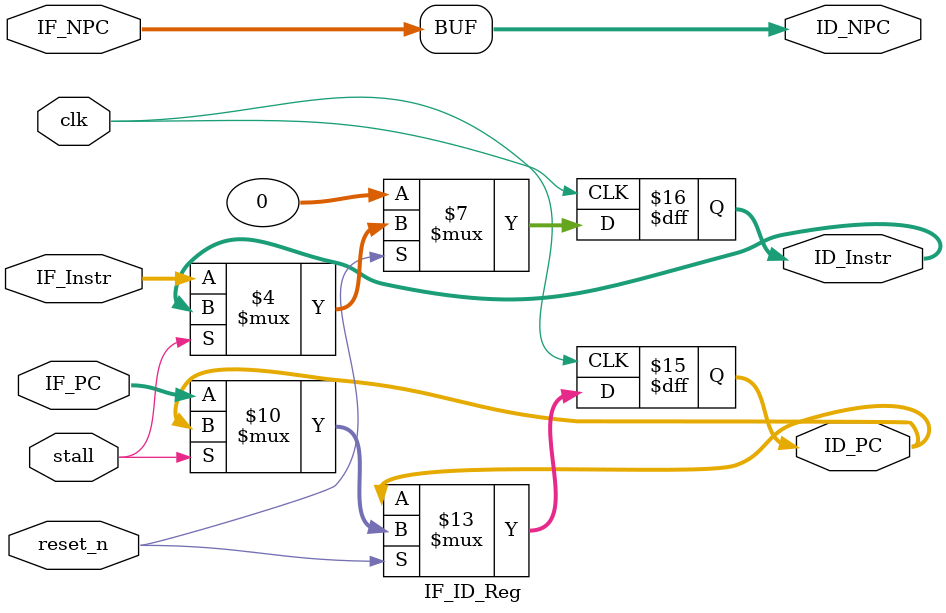
<source format=v>
module IF_ID_Reg(
    input [31:0] IF_Instr,
    input clk,
    input reset_n,
    input stall,
    input [31:0] IF_PC,
    output reg [31:0] ID_PC,

    input [31:0] IF_NPC,
    output [31:0] ID_NPC,

    output reg [31:0] ID_Instr
    );
    assign ID_NPC = IF_NPC; // 待定
    always @(posedge clk) begin
        if (!reset_n) begin
            ID_Instr <= 0;
        end
        else begin
            if (stall) begin
                ID_Instr <= ID_Instr;
                ID_PC <= ID_PC;
            end
            else begin
                ID_Instr <= IF_Instr;
                ID_PC <= IF_PC;
            end
        end
    end
endmodule
</source>
